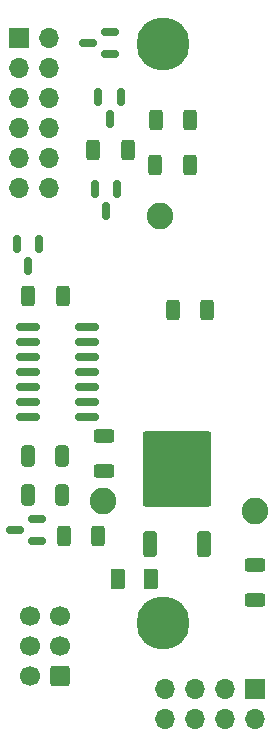
<source format=gbr>
%TF.GenerationSoftware,KiCad,Pcbnew,8.0.6*%
%TF.CreationDate,2025-02-12T14:43:40-05:00*%
%TF.ProjectId,PwrModule,5077724d-6f64-4756-9c65-2e6b69636164,rev?*%
%TF.SameCoordinates,Original*%
%TF.FileFunction,Soldermask,Bot*%
%TF.FilePolarity,Negative*%
%FSLAX46Y46*%
G04 Gerber Fmt 4.6, Leading zero omitted, Abs format (unit mm)*
G04 Created by KiCad (PCBNEW 8.0.6) date 2025-02-12 14:43:40*
%MOMM*%
%LPD*%
G01*
G04 APERTURE LIST*
G04 Aperture macros list*
%AMRoundRect*
0 Rectangle with rounded corners*
0 $1 Rounding radius*
0 $2 $3 $4 $5 $6 $7 $8 $9 X,Y pos of 4 corners*
0 Add a 4 corners polygon primitive as box body*
4,1,4,$2,$3,$4,$5,$6,$7,$8,$9,$2,$3,0*
0 Add four circle primitives for the rounded corners*
1,1,$1+$1,$2,$3*
1,1,$1+$1,$4,$5*
1,1,$1+$1,$6,$7*
1,1,$1+$1,$8,$9*
0 Add four rect primitives between the rounded corners*
20,1,$1+$1,$2,$3,$4,$5,0*
20,1,$1+$1,$4,$5,$6,$7,0*
20,1,$1+$1,$6,$7,$8,$9,0*
20,1,$1+$1,$8,$9,$2,$3,0*%
G04 Aperture macros list end*
%ADD10R,1.700000X1.700000*%
%ADD11O,1.700000X1.700000*%
%ADD12C,4.500000*%
%ADD13RoundRect,0.250000X0.600000X0.600000X-0.600000X0.600000X-0.600000X-0.600000X0.600000X-0.600000X0*%
%ADD14C,1.700000*%
%ADD15RoundRect,0.250000X0.325000X0.650000X-0.325000X0.650000X-0.325000X-0.650000X0.325000X-0.650000X0*%
%ADD16RoundRect,0.250000X0.625000X-0.312500X0.625000X0.312500X-0.625000X0.312500X-0.625000X-0.312500X0*%
%ADD17RoundRect,0.250000X0.375000X0.625000X-0.375000X0.625000X-0.375000X-0.625000X0.375000X-0.625000X0*%
%ADD18RoundRect,0.250000X0.312500X0.625000X-0.312500X0.625000X-0.312500X-0.625000X0.312500X-0.625000X0*%
%ADD19RoundRect,0.250000X0.350000X-0.850000X0.350000X0.850000X-0.350000X0.850000X-0.350000X-0.850000X0*%
%ADD20RoundRect,0.249997X2.650003X-2.950003X2.650003X2.950003X-2.650003X2.950003X-2.650003X-2.950003X0*%
%ADD21RoundRect,0.150000X0.587500X0.150000X-0.587500X0.150000X-0.587500X-0.150000X0.587500X-0.150000X0*%
%ADD22C,2.250000*%
%ADD23RoundRect,0.150000X-0.150000X0.587500X-0.150000X-0.587500X0.150000X-0.587500X0.150000X0.587500X0*%
%ADD24RoundRect,0.250000X-0.625000X0.312500X-0.625000X-0.312500X0.625000X-0.312500X0.625000X0.312500X0*%
%ADD25RoundRect,0.250000X-0.312500X-0.625000X0.312500X-0.625000X0.312500X0.625000X-0.312500X0.625000X0*%
%ADD26RoundRect,0.150000X-0.825000X-0.150000X0.825000X-0.150000X0.825000X0.150000X-0.825000X0.150000X0*%
G04 APERTURE END LIST*
D10*
%TO.C,J14*%
X124000000Y-98100000D03*
D11*
X124000000Y-100640000D03*
X121460000Y-98100000D03*
X121460000Y-100640000D03*
X118920000Y-98100000D03*
X118920000Y-100640000D03*
X116380000Y-98100000D03*
X116380000Y-100640000D03*
%TD*%
D10*
%TO.C,J11*%
X104050000Y-42975000D03*
D11*
X106590000Y-42975000D03*
X104050000Y-45515000D03*
X106590000Y-45515000D03*
X104050000Y-48055000D03*
X106590000Y-48055000D03*
X104050000Y-50595000D03*
X106590000Y-50595000D03*
X104050000Y-53135000D03*
X106590000Y-53135000D03*
X104050000Y-55675000D03*
X106590000Y-55675000D03*
%TD*%
D12*
%TO.C,H5*%
X116200000Y-92480000D03*
%TD*%
D13*
%TO.C,J1*%
X107500000Y-97000000D03*
D14*
X104960000Y-97000000D03*
X107500000Y-94460000D03*
X104960000Y-94460000D03*
X107500000Y-91920000D03*
X104960000Y-91920000D03*
%TD*%
D12*
%TO.C,H1*%
X116200000Y-43480000D03*
%TD*%
D15*
%TO.C,C1*%
X107730000Y-78330000D03*
X104780000Y-78330000D03*
%TD*%
D16*
%TO.C,R2*%
X123990000Y-90512500D03*
X123990000Y-87587500D03*
%TD*%
D17*
%TO.C,F1*%
X115220000Y-88760000D03*
X112420000Y-88760000D03*
%TD*%
D18*
%TO.C,R5*%
X113255000Y-52450000D03*
X110330000Y-52450000D03*
%TD*%
D19*
%TO.C,Q2*%
X119710000Y-85790000D03*
D20*
X117430000Y-79490000D03*
D19*
X115150000Y-85790000D03*
%TD*%
D21*
%TO.C,Q1*%
X105607500Y-83657500D03*
X105607500Y-85557500D03*
X103732500Y-84607500D03*
%TD*%
D22*
%TO.C,FID1*%
X124000000Y-83000000D03*
%TD*%
D23*
%TO.C,Q6*%
X103850000Y-60425000D03*
X105750000Y-60425000D03*
X104800000Y-62300000D03*
%TD*%
D15*
%TO.C,C2*%
X107730000Y-81680000D03*
X104780000Y-81680000D03*
%TD*%
D24*
%TO.C,R8*%
X111230000Y-76675000D03*
X111230000Y-79600000D03*
%TD*%
D22*
%TO.C,FID3*%
X116000000Y-58000000D03*
%TD*%
%TO.C,FID5*%
X111200000Y-82200000D03*
%TD*%
D18*
%TO.C,R3*%
X120000000Y-66000000D03*
X117075000Y-66000000D03*
%TD*%
D25*
%TO.C,R7*%
X104837500Y-64800000D03*
X107762500Y-64800000D03*
%TD*%
D23*
%TO.C,Q4*%
X110770000Y-47945000D03*
X112670000Y-47945000D03*
X111720000Y-49820000D03*
%TD*%
D25*
%TO.C,R1*%
X107855000Y-85170000D03*
X110780000Y-85170000D03*
%TD*%
D26*
%TO.C,U1*%
X104850000Y-75050000D03*
X104850000Y-73780000D03*
X104850000Y-72510000D03*
X104850000Y-71240000D03*
X104850000Y-69970000D03*
X104850000Y-68700000D03*
X104850000Y-67430000D03*
X109800000Y-67430000D03*
X109800000Y-68700000D03*
X109800000Y-69970000D03*
X109800000Y-71240000D03*
X109800000Y-72510000D03*
X109800000Y-73780000D03*
X109800000Y-75050000D03*
%TD*%
D21*
%TO.C,Q3*%
X111790000Y-42430000D03*
X111790000Y-44330000D03*
X109915000Y-43380000D03*
%TD*%
D23*
%TO.C,Q5*%
X110460000Y-55715000D03*
X112360000Y-55715000D03*
X111410000Y-57590000D03*
%TD*%
D25*
%TO.C,R6*%
X115605000Y-53690000D03*
X118530000Y-53690000D03*
%TD*%
%TO.C,R4*%
X115620000Y-49920000D03*
X118545000Y-49920000D03*
%TD*%
M02*

</source>
